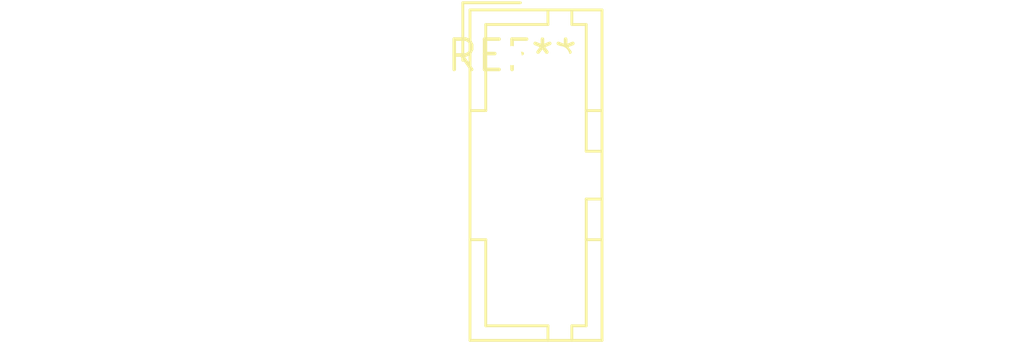
<source format=kicad_pcb>
(kicad_pcb (version 20240108) (generator pcbnew)
  (layers (0 "F.Cu" signal) (31 "B.Cu" signal) (34 "B.Paste" user) (35 "F.Paste" user) (36 "B.SilkS" user "B.Silkscreen") (37 "F.SilkS" user "F.Silkscreen") (38 "B.Mask" user) (39 "F.Mask" user) (44 "Edge.Cuts" user))
  (net 0 "")
  (footprint "JAE_LY20-12P-DT1_2x06_P2.00mm_Vertical" (layer "F.Cu") (at 0 0)
    (property "Reference" "REF**")
    (property "Value" "JAE_LY20-12P-DT1_2x06_P2.00mm_Vertical")
    (fp_line (start -2.06 -2.21) (end -2.06 0.2) (layer "F.SilkS") (stroke (width 0.12)))
    (fp_line (start -1.76 -1.91) (end -1.76 11.91) (layer "F.SilkS") (stroke (width 0.12)))
    (fp_line (start -1.76 11.91) (end 3.76 11.91) (layer "F.SilkS") (stroke (width 0.12)))
    (fp_line (start -1.1 -1.3) (end -1.1 2.3) (layer "F.SilkS") (stroke (width 0.12)))
    (fp_line (start -1.1 2.3) (end -1.76 2.3) (layer "F.SilkS") (stroke (width 0.12)))
    (fp_line (start -1.1 7.7) (end -1.76 7.7) (layer "F.SilkS") (stroke (width 0.12)))
    (fp_line (start -1.1 11.3) (end -1.1 7.7) (layer "F.SilkS") (stroke (width 0.12)))
    (fp_line (start 0.35 -2.21) (end -2.06 -2.21) (layer "F.SilkS") (stroke (width 0.12)))
    (fp_line (start 1.5 -1.91) (end 1.5 -1.3) (layer "F.SilkS") (stroke (width 0.12)))
    (fp_line (start 1.5 -1.3) (end -1.1 -1.3) (layer "F.SilkS") (stroke (width 0.12)))
    (fp_line (start 1.5 11.3) (end -1.1 11.3) (layer "F.SilkS") (stroke (width 0.12)))
    (fp_line (start 1.5 11.91) (end 1.5 11.3) (layer "F.SilkS") (stroke (width 0.12)))
    (fp_line (start 2.5 -1.91) (end 2.5 -1.3) (layer "F.SilkS") (stroke (width 0.12)))
    (fp_line (start 2.5 -1.3) (end 3.1 -1.3) (layer "F.SilkS") (stroke (width 0.12)))
    (fp_line (start 2.5 11.3) (end 3.1 11.3) (layer "F.SilkS") (stroke (width 0.12)))
    (fp_line (start 2.5 11.91) (end 2.5 11.3) (layer "F.SilkS") (stroke (width 0.12)))
    (fp_line (start 3.1 -1.3) (end 3.1 4) (layer "F.SilkS") (stroke (width 0.12)))
    (fp_line (start 3.1 4) (end 3.76 4) (layer "F.SilkS") (stroke (width 0.12)))
    (fp_line (start 3.1 6) (end 3.76 6) (layer "F.SilkS") (stroke (width 0.12)))
    (fp_line (start 3.1 11.3) (end 3.1 6) (layer "F.SilkS") (stroke (width 0.12)))
    (fp_line (start 3.76 -1.91) (end -1.76 -1.91) (layer "F.SilkS") (stroke (width 0.12)))
    (fp_line (start 3.76 2.3) (end 3.1 2.3) (layer "F.SilkS") (stroke (width 0.12)))
    (fp_line (start 3.76 7.7) (end 3.1 7.7) (layer "F.SilkS") (stroke (width 0.12)))
    (fp_line (start 3.76 11.91) (end 3.76 -1.91) (layer "F.SilkS") (stroke (width 0.12)))
    (pad "a1" thru_hole roundrect (at 0 0) (size 1.2 1.2) (drill 0.8) (layers *.Cu *.Mask) (remove_unused_layers) (roundrect_rratio 0.208333))
    (pad "a2" thru_hole circle (at 0 2) (size 1.2 1.2) (drill 0.8) (layers *.Cu *.Mask) (remove_unused_layers))
    (pad "a3" thru_hole circle (at 0 4) (size 1.2 1.2) (drill 0.8) (layers *.Cu *.Mask) (remove_unused_layers))
    (pad "a4" thru_hole circle (at 0 6) (size 1.2 1.2) (drill 0.8) (layers *.Cu *.Mask) (remove_unused_layers))
    (pad "a5" thru_hole circle (at 0 8) (size 1.2 1.2) (drill 0.8) (layers *.Cu *.Mask) (remove_unused_layers))
    (pad "a6" thru_hole circle (at 0 10) (size 1.2 1.2) (drill 0.8) (layers *.Cu *.Mask) (remove_unused_layers))
    (pad "b1" thru_hole circle (at 2 0) (size 1.2 1.2) (drill 0.8) (layers *.Cu *.Mask) (remove_unused_layers))
    (pad "b2" thru_hole circle (at 2 2) (size 1.2 1.2) (drill 0.8) (layers *.Cu *.Mask) (remove_unused_layers))
    (pad "b3" thru_hole circle (at 2 4) (size 1.2 1.2) (drill 0.8) (layers *.Cu *.Mask) (remove_unused_layers))
    (pad "b4" thru_hole circle (at 2 6) (size 1.2 1.2) (drill 0.8) (layers *.Cu *.Mask) (remove_unused_layers))
    (pad "b5" thru_hole circle (at 2 8) (size 1.2 1.2) (drill 0.8) (layers *.Cu *.Mask) (remove_unused_layers))
    (pad "b6" thru_hole circle (at 2 10) (size 1.2 1.2) (drill 0.8) (layers *.Cu *.Mask) (remove_unused_layers))
  )
)
</source>
